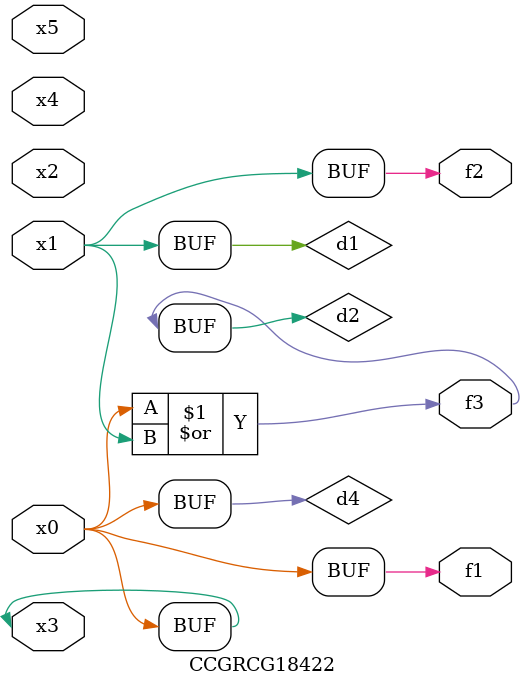
<source format=v>
module CCGRCG18422(
	input x0, x1, x2, x3, x4, x5,
	output f1, f2, f3
);

	wire d1, d2, d3, d4;

	and (d1, x1);
	or (d2, x0, x1);
	nand (d3, x0, x5);
	buf (d4, x0, x3);
	assign f1 = d4;
	assign f2 = d1;
	assign f3 = d2;
endmodule

</source>
